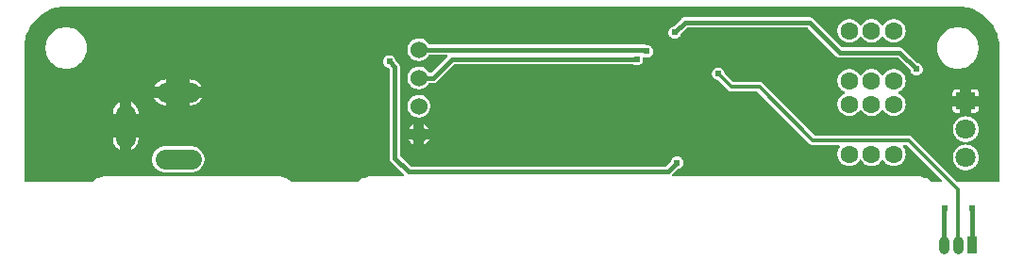
<source format=gbl>
G04 Layer: BottomLayer*
G04 EasyEDA v6.4.32, 2022-03-04 17:10:02*
G04 9e068ee103114b4da440d1e05eba0729,9b295ca1ffa148ecaf4cbe0d9ff7b9be,10*
G04 Gerber Generator version 0.2*
G04 Scale: 100 percent, Rotated: No, Reflected: No *
G04 Dimensions in inches *
G04 leading zeros omitted , absolute positions ,3 integer and 6 decimal *
%FSLAX36Y36*%
%MOIN*%

%ADD11C,0.0157*%
%ADD15C,0.0240*%
%ADD32C,0.0709*%
%ADD33R,0.0709X0.0620*%
%ADD34C,0.0630*%
%ADD35C,0.0600*%
%ADD36R,0.0354X0.0630*%
%ADD37C,0.0354*%
%ADD38C,0.0142*%

%LPD*%
G36*
X14200Y2202760D02*
G01*
X12660Y2203060D01*
X11379Y2203920D01*
X10500Y2205220D01*
X10200Y2206760D01*
X10200Y2676940D01*
X10560Y2687360D01*
X11600Y2697360D01*
X13320Y2707260D01*
X15700Y2717040D01*
X18760Y2726620D01*
X22460Y2735960D01*
X26780Y2745040D01*
X31720Y2753800D01*
X37240Y2762200D01*
X43320Y2770220D01*
X49940Y2777780D01*
X57060Y2784900D01*
X64640Y2791500D01*
X72660Y2797559D01*
X81080Y2803060D01*
X89840Y2807980D01*
X98940Y2812300D01*
X108300Y2815980D01*
X117880Y2819020D01*
X127640Y2821380D01*
X137560Y2823080D01*
X147560Y2824100D01*
X157720Y2824440D01*
X3306860Y2824440D01*
X3317280Y2824080D01*
X3327280Y2823039D01*
X3337180Y2821320D01*
X3346960Y2818940D01*
X3356540Y2815880D01*
X3365880Y2812200D01*
X3374960Y2807860D01*
X3383720Y2802919D01*
X3392120Y2797400D01*
X3400140Y2791320D01*
X3407700Y2784700D01*
X3414800Y2777580D01*
X3421420Y2770000D01*
X3427480Y2761980D01*
X3432980Y2753580D01*
X3437900Y2744800D01*
X3442220Y2735720D01*
X3445899Y2726360D01*
X3448940Y2716760D01*
X3451300Y2707000D01*
X3453000Y2697080D01*
X3454020Y2687080D01*
X3454360Y2676920D01*
X3454440Y2206760D01*
X3454140Y2205220D01*
X3453279Y2203920D01*
X3451980Y2203060D01*
X3450440Y2202760D01*
X3307460Y2202760D01*
X3305940Y2203060D01*
X3304640Y2203920D01*
X3145640Y2363080D01*
X3143000Y2365080D01*
X3140140Y2366500D01*
X3137080Y2367380D01*
X3133720Y2367680D01*
X2804120Y2367680D01*
X2802580Y2368000D01*
X2801280Y2368860D01*
X2618039Y2552080D01*
X2615400Y2554080D01*
X2612540Y2555500D01*
X2609480Y2556380D01*
X2606120Y2556680D01*
X2516660Y2556680D01*
X2515120Y2556980D01*
X2513820Y2557860D01*
X2483620Y2588060D01*
X2482840Y2589160D01*
X2481480Y2594200D01*
X2479840Y2597700D01*
X2477620Y2600860D01*
X2474880Y2603600D01*
X2471720Y2605820D01*
X2468220Y2607460D01*
X2464480Y2608460D01*
X2460620Y2608800D01*
X2456780Y2608460D01*
X2453040Y2607460D01*
X2449540Y2605820D01*
X2446360Y2603600D01*
X2443640Y2600860D01*
X2441420Y2597700D01*
X2439780Y2594200D01*
X2438780Y2590460D01*
X2438440Y2586600D01*
X2438780Y2582760D01*
X2439780Y2579020D01*
X2441420Y2575520D01*
X2443640Y2572340D01*
X2446360Y2569620D01*
X2449540Y2567400D01*
X2453040Y2565760D01*
X2458080Y2564400D01*
X2459180Y2563620D01*
X2496100Y2526720D01*
X2498740Y2524720D01*
X2501600Y2523300D01*
X2504660Y2522420D01*
X2508020Y2522120D01*
X2597480Y2522120D01*
X2599020Y2521800D01*
X2600320Y2520940D01*
X2783560Y2337720D01*
X2786200Y2335720D01*
X2789060Y2334300D01*
X2792120Y2333420D01*
X2795480Y2333120D01*
X2887300Y2333120D01*
X2888980Y2332740D01*
X2890340Y2331700D01*
X2891139Y2330200D01*
X2891240Y2328480D01*
X2890620Y2326880D01*
X2887400Y2322080D01*
X2884980Y2317200D01*
X2883240Y2312020D01*
X2882160Y2306680D01*
X2881820Y2301240D01*
X2882160Y2295800D01*
X2883240Y2290460D01*
X2884980Y2285280D01*
X2887400Y2280400D01*
X2890419Y2275860D01*
X2894020Y2271760D01*
X2898120Y2268160D01*
X2902660Y2265140D01*
X2907540Y2262720D01*
X2912720Y2260980D01*
X2918060Y2259900D01*
X2923500Y2259560D01*
X2928940Y2259900D01*
X2934280Y2260980D01*
X2939460Y2262720D01*
X2944340Y2265140D01*
X2948880Y2268160D01*
X2952980Y2271760D01*
X2956580Y2275860D01*
X2959540Y2280300D01*
X2960640Y2281420D01*
X2962080Y2282000D01*
X2963660Y2282000D01*
X2965100Y2281420D01*
X2966200Y2280300D01*
X2969160Y2275860D01*
X2972760Y2271760D01*
X2976860Y2268160D01*
X2981400Y2265140D01*
X2986280Y2262720D01*
X2991460Y2260980D01*
X2996800Y2259900D01*
X3002240Y2259560D01*
X3007679Y2259900D01*
X3013020Y2260980D01*
X3018200Y2262720D01*
X3023080Y2265140D01*
X3027620Y2268160D01*
X3031720Y2271760D01*
X3035320Y2275860D01*
X3038279Y2280300D01*
X3039380Y2281420D01*
X3040820Y2282000D01*
X3042400Y2282000D01*
X3043840Y2281420D01*
X3044940Y2280300D01*
X3047900Y2275860D01*
X3051500Y2271760D01*
X3055600Y2268160D01*
X3060140Y2265140D01*
X3065020Y2262720D01*
X3070200Y2260980D01*
X3075539Y2259900D01*
X3080980Y2259560D01*
X3086420Y2259900D01*
X3091760Y2260980D01*
X3096940Y2262720D01*
X3101820Y2265140D01*
X3106360Y2268160D01*
X3110460Y2271760D01*
X3114060Y2275860D01*
X3117080Y2280400D01*
X3119500Y2285280D01*
X3121240Y2290460D01*
X3122320Y2295800D01*
X3122660Y2301240D01*
X3122320Y2306680D01*
X3121240Y2312020D01*
X3119500Y2317200D01*
X3117080Y2322080D01*
X3113860Y2326880D01*
X3113240Y2328480D01*
X3113340Y2330200D01*
X3114140Y2331700D01*
X3115500Y2332740D01*
X3117180Y2333120D01*
X3125080Y2333120D01*
X3126600Y2332800D01*
X3127900Y2331940D01*
X3250120Y2209580D01*
X3251000Y2208280D01*
X3251300Y2206740D01*
X3251000Y2205220D01*
X3250120Y2203920D01*
X3248820Y2203060D01*
X3247300Y2202760D01*
X3217100Y2202760D01*
X3215680Y2203020D01*
X3214440Y2203760D01*
X3211480Y2206400D01*
X3210460Y2207220D01*
X3204840Y2211220D01*
X3203720Y2211920D01*
X3197700Y2215240D01*
X3196520Y2215820D01*
X3190140Y2218460D01*
X3182280Y2220800D01*
X3181000Y2221080D01*
X3174200Y2222240D01*
X3172900Y2222400D01*
X3165240Y2222800D01*
X2301320Y2222800D01*
X2299800Y2223100D01*
X2298500Y2223980D01*
X2297620Y2225260D01*
X2297320Y2226800D01*
X2297620Y2228340D01*
X2298500Y2229620D01*
X2317840Y2248980D01*
X2318680Y2249620D01*
X2319640Y2250020D01*
X2322540Y2250800D01*
X2326060Y2252420D01*
X2329220Y2254640D01*
X2331960Y2257380D01*
X2334180Y2260560D01*
X2335820Y2264060D01*
X2336820Y2267800D01*
X2337140Y2271640D01*
X2336820Y2275500D01*
X2335820Y2279240D01*
X2334180Y2282740D01*
X2331960Y2285920D01*
X2329220Y2288640D01*
X2326060Y2290860D01*
X2322540Y2292500D01*
X2318800Y2293500D01*
X2314960Y2293840D01*
X2311100Y2293500D01*
X2307360Y2292500D01*
X2303860Y2290860D01*
X2300700Y2288640D01*
X2297960Y2285920D01*
X2295740Y2282740D01*
X2294100Y2279240D01*
X2293320Y2276340D01*
X2292920Y2275360D01*
X2292280Y2274540D01*
X2277140Y2259400D01*
X2275840Y2258540D01*
X2274320Y2258220D01*
X1375280Y2258220D01*
X1373760Y2258540D01*
X1372460Y2259400D01*
X1338140Y2293720D01*
X1337280Y2295000D01*
X1336960Y2296540D01*
X1336960Y2610940D01*
X1336480Y2614360D01*
X1335420Y2617520D01*
X1333800Y2620440D01*
X1331540Y2623140D01*
X1321879Y2632820D01*
X1321240Y2633639D01*
X1320840Y2634600D01*
X1320060Y2637520D01*
X1318420Y2641019D01*
X1316220Y2644180D01*
X1313480Y2646920D01*
X1310300Y2649140D01*
X1306800Y2650779D01*
X1303060Y2651780D01*
X1299220Y2652120D01*
X1295360Y2651780D01*
X1291620Y2650779D01*
X1288120Y2649140D01*
X1284940Y2646920D01*
X1282200Y2644180D01*
X1280000Y2641019D01*
X1278360Y2637520D01*
X1277360Y2633780D01*
X1277020Y2629920D01*
X1277360Y2626060D01*
X1278360Y2622320D01*
X1280000Y2618820D01*
X1282200Y2615659D01*
X1284940Y2612919D01*
X1288120Y2610700D01*
X1291620Y2609060D01*
X1294520Y2608279D01*
X1295480Y2607880D01*
X1296320Y2607260D01*
X1299640Y2603920D01*
X1300520Y2602620D01*
X1300820Y2601100D01*
X1300840Y2286700D01*
X1301320Y2283260D01*
X1302380Y2280100D01*
X1304000Y2277200D01*
X1306240Y2274480D01*
X1351100Y2229620D01*
X1351980Y2228340D01*
X1352280Y2226800D01*
X1351980Y2225260D01*
X1351100Y2223980D01*
X1349800Y2223100D01*
X1348280Y2222800D01*
X1236320Y2222800D01*
X1228680Y2222380D01*
X1227380Y2222240D01*
X1220580Y2221080D01*
X1219300Y2220800D01*
X1211440Y2218460D01*
X1205060Y2215820D01*
X1203880Y2215240D01*
X1197840Y2211920D01*
X1196740Y2211220D01*
X1191120Y2207220D01*
X1190080Y2206400D01*
X1187140Y2203760D01*
X1185900Y2203020D01*
X1184480Y2202760D01*
X957260Y2202760D01*
X955840Y2203020D01*
X954599Y2203760D01*
X951640Y2206400D01*
X950620Y2207220D01*
X945000Y2211220D01*
X937860Y2215240D01*
X936660Y2215820D01*
X930300Y2218460D01*
X922440Y2220800D01*
X921160Y2221080D01*
X914360Y2222240D01*
X913060Y2222380D01*
X905400Y2222800D01*
X299320Y2222800D01*
X291660Y2222400D01*
X290360Y2222240D01*
X283580Y2221080D01*
X282300Y2220800D01*
X274420Y2218460D01*
X268060Y2215820D01*
X266880Y2215240D01*
X260840Y2211920D01*
X259720Y2211220D01*
X254100Y2207220D01*
X253080Y2206400D01*
X250120Y2203760D01*
X248880Y2203020D01*
X247460Y2202760D01*
G37*

%LPC*%
G36*
X506100Y2237820D02*
G01*
X600340Y2237820D01*
X606180Y2238200D01*
X611800Y2239280D01*
X617260Y2241040D01*
X622440Y2243480D01*
X627280Y2246560D01*
X631700Y2250200D01*
X635620Y2254380D01*
X638980Y2259020D01*
X641740Y2264040D01*
X643840Y2269360D01*
X645280Y2274920D01*
X646000Y2280600D01*
X646000Y2286320D01*
X645280Y2292020D01*
X643840Y2297560D01*
X641740Y2302880D01*
X638980Y2307900D01*
X635620Y2312540D01*
X631700Y2316720D01*
X627280Y2320380D01*
X622440Y2323440D01*
X617260Y2325880D01*
X611800Y2327660D01*
X606180Y2328720D01*
X600340Y2329100D01*
X506100Y2329100D01*
X500260Y2328720D01*
X494620Y2327660D01*
X489180Y2325880D01*
X483980Y2323440D01*
X479159Y2320380D01*
X474739Y2316720D01*
X470820Y2312540D01*
X467440Y2307900D01*
X464680Y2302880D01*
X462580Y2297560D01*
X461160Y2292020D01*
X460439Y2286320D01*
X460439Y2280600D01*
X461160Y2274920D01*
X462580Y2269360D01*
X464680Y2264040D01*
X467440Y2259020D01*
X470820Y2254380D01*
X474739Y2250200D01*
X479159Y2246560D01*
X483980Y2243480D01*
X489180Y2241040D01*
X494620Y2239280D01*
X500260Y2238200D01*
G37*
G36*
X3334640Y2244140D02*
G01*
X3340360Y2244500D01*
X3345980Y2245560D01*
X3351440Y2247340D01*
X3356620Y2249780D01*
X3361460Y2252840D01*
X3365880Y2256500D01*
X3369800Y2260680D01*
X3373159Y2265320D01*
X3375920Y2270340D01*
X3378039Y2275660D01*
X3379460Y2281200D01*
X3380179Y2286900D01*
X3380179Y2292620D01*
X3379460Y2298300D01*
X3378039Y2303860D01*
X3375920Y2309180D01*
X3373159Y2314200D01*
X3369800Y2318840D01*
X3365880Y2323020D01*
X3361460Y2326680D01*
X3356620Y2329740D01*
X3351440Y2332180D01*
X3345980Y2333960D01*
X3340360Y2335020D01*
X3334640Y2335380D01*
X3328920Y2335020D01*
X3323300Y2333960D01*
X3317840Y2332180D01*
X3312660Y2329740D01*
X3307820Y2326680D01*
X3303399Y2323020D01*
X3299480Y2318840D01*
X3296120Y2314200D01*
X3293360Y2309180D01*
X3291240Y2303860D01*
X3289820Y2298300D01*
X3289100Y2292620D01*
X3289100Y2286900D01*
X3289820Y2281200D01*
X3291240Y2275660D01*
X3293360Y2270340D01*
X3296120Y2265320D01*
X3299480Y2260680D01*
X3303399Y2256500D01*
X3307820Y2252840D01*
X3312660Y2249780D01*
X3317840Y2247340D01*
X3323300Y2245560D01*
X3328920Y2244500D01*
G37*
G36*
X388260Y2317420D02*
G01*
X392500Y2319740D01*
X397120Y2323120D01*
X401300Y2327040D01*
X404960Y2331460D01*
X408020Y2336300D01*
X410460Y2341480D01*
X412239Y2346920D01*
X413320Y2352560D01*
X413680Y2358400D01*
X413680Y2359700D01*
X388260Y2359700D01*
G37*
G36*
X347819Y2317420D02*
G01*
X347819Y2359700D01*
X322420Y2359700D01*
X322420Y2358400D01*
X322780Y2352560D01*
X323860Y2346920D01*
X325620Y2341480D01*
X328060Y2336300D01*
X331140Y2331460D01*
X334780Y2327040D01*
X338960Y2323120D01*
X343600Y2319740D01*
G37*
G36*
X1385640Y2335520D02*
G01*
X1385640Y2354160D01*
X1367020Y2354160D01*
X1367280Y2353520D01*
X1370020Y2348900D01*
X1373340Y2344700D01*
X1377200Y2340960D01*
X1381519Y2337780D01*
G37*
G36*
X1420640Y2335560D02*
G01*
X1422460Y2336400D01*
X1427000Y2339300D01*
X1431100Y2342760D01*
X1434700Y2346740D01*
X1437740Y2351180D01*
X1439240Y2354160D01*
X1420640Y2354160D01*
G37*
G36*
X3334640Y2344140D02*
G01*
X3340360Y2344500D01*
X3345980Y2345560D01*
X3351440Y2347340D01*
X3356620Y2349780D01*
X3361460Y2352840D01*
X3365880Y2356500D01*
X3369800Y2360680D01*
X3373159Y2365320D01*
X3375920Y2370340D01*
X3378039Y2375660D01*
X3379460Y2381200D01*
X3380179Y2386900D01*
X3380179Y2392620D01*
X3379460Y2398300D01*
X3378039Y2403860D01*
X3375920Y2409180D01*
X3373159Y2414200D01*
X3369800Y2418840D01*
X3365880Y2423020D01*
X3361460Y2426680D01*
X3356620Y2429740D01*
X3351440Y2432180D01*
X3345980Y2433960D01*
X3340360Y2435020D01*
X3334640Y2435380D01*
X3328920Y2435020D01*
X3323300Y2433960D01*
X3317840Y2432180D01*
X3312660Y2429740D01*
X3307820Y2426680D01*
X3303399Y2423020D01*
X3299480Y2418840D01*
X3296120Y2414200D01*
X3293360Y2409180D01*
X3291240Y2403860D01*
X3289820Y2398300D01*
X3289100Y2392620D01*
X3289100Y2386900D01*
X3289820Y2381200D01*
X3291240Y2375660D01*
X3293360Y2370340D01*
X3296120Y2365320D01*
X3299480Y2360680D01*
X3303399Y2356500D01*
X3307820Y2352840D01*
X3312660Y2349780D01*
X3317840Y2347340D01*
X3323300Y2345560D01*
X3328920Y2344500D01*
G37*
G36*
X1420640Y2389160D02*
G01*
X1439240Y2389160D01*
X1437740Y2392140D01*
X1434700Y2396560D01*
X1431100Y2400540D01*
X1427000Y2404020D01*
X1422460Y2406900D01*
X1420640Y2407740D01*
G37*
G36*
X1367020Y2389160D02*
G01*
X1385640Y2389160D01*
X1385640Y2407800D01*
X1381519Y2405540D01*
X1377200Y2402340D01*
X1373340Y2398620D01*
X1370020Y2394400D01*
X1367280Y2389780D01*
G37*
G36*
X1401800Y2431480D02*
G01*
X1407180Y2431660D01*
X1412460Y2432560D01*
X1417600Y2434140D01*
X1422460Y2436400D01*
X1427000Y2439300D01*
X1431100Y2442760D01*
X1434700Y2446740D01*
X1437740Y2451180D01*
X1440160Y2455960D01*
X1441920Y2461040D01*
X1442980Y2466300D01*
X1443340Y2471660D01*
X1442980Y2477020D01*
X1441920Y2482280D01*
X1440160Y2487340D01*
X1437740Y2492140D01*
X1434700Y2496560D01*
X1431100Y2500540D01*
X1427000Y2504020D01*
X1422460Y2506900D01*
X1417600Y2509160D01*
X1412460Y2510760D01*
X1407180Y2511640D01*
X1401800Y2511820D01*
X1396459Y2511280D01*
X1391240Y2510040D01*
X1386240Y2508120D01*
X1381519Y2505540D01*
X1377200Y2502340D01*
X1373340Y2498620D01*
X1370020Y2494400D01*
X1367280Y2489780D01*
X1365180Y2484840D01*
X1363760Y2479660D01*
X1363040Y2474340D01*
X1363040Y2468980D01*
X1363760Y2463640D01*
X1365180Y2458480D01*
X1367280Y2453520D01*
X1370020Y2448900D01*
X1373340Y2444700D01*
X1377200Y2440960D01*
X1381519Y2437780D01*
X1386240Y2435200D01*
X1391240Y2433260D01*
X1396459Y2432020D01*
G37*
G36*
X2923500Y2436720D02*
G01*
X2928940Y2437060D01*
X2934280Y2438140D01*
X2939460Y2439880D01*
X2944340Y2442300D01*
X2948880Y2445320D01*
X2952980Y2448920D01*
X2956580Y2453020D01*
X2959540Y2457460D01*
X2960640Y2458580D01*
X2962080Y2459160D01*
X2963660Y2459160D01*
X2965100Y2458580D01*
X2966200Y2457460D01*
X2969160Y2453020D01*
X2972760Y2448920D01*
X2976860Y2445320D01*
X2981400Y2442300D01*
X2986280Y2439880D01*
X2991460Y2438140D01*
X2996800Y2437060D01*
X3002240Y2436720D01*
X3007679Y2437060D01*
X3013020Y2438140D01*
X3018200Y2439880D01*
X3023080Y2442300D01*
X3027620Y2445320D01*
X3031720Y2448920D01*
X3035320Y2453020D01*
X3038279Y2457460D01*
X3039380Y2458580D01*
X3040820Y2459160D01*
X3042400Y2459160D01*
X3043840Y2458580D01*
X3044940Y2457460D01*
X3047900Y2453020D01*
X3051500Y2448920D01*
X3055600Y2445320D01*
X3060140Y2442300D01*
X3065020Y2439880D01*
X3070200Y2438140D01*
X3075539Y2437060D01*
X3080980Y2436720D01*
X3086420Y2437060D01*
X3091760Y2438140D01*
X3096940Y2439880D01*
X3101820Y2442300D01*
X3106360Y2445320D01*
X3110460Y2448920D01*
X3114060Y2453020D01*
X3117080Y2457560D01*
X3119500Y2462440D01*
X3121240Y2467620D01*
X3122320Y2472960D01*
X3122660Y2478400D01*
X3122320Y2483840D01*
X3121240Y2489180D01*
X3119500Y2494360D01*
X3117080Y2499240D01*
X3114060Y2503780D01*
X3110460Y2507880D01*
X3106360Y2511480D01*
X3101820Y2514500D01*
X3098420Y2516180D01*
X3097040Y2517300D01*
X3096280Y2518880D01*
X3096280Y2520660D01*
X3097040Y2522240D01*
X3098420Y2523360D01*
X3101820Y2525040D01*
X3106360Y2528060D01*
X3110460Y2531660D01*
X3114060Y2535760D01*
X3117080Y2540300D01*
X3119500Y2545180D01*
X3121240Y2550360D01*
X3122320Y2555700D01*
X3122660Y2561139D01*
X3122320Y2566580D01*
X3121240Y2571920D01*
X3119500Y2577100D01*
X3117080Y2581980D01*
X3114060Y2586520D01*
X3110460Y2590620D01*
X3106360Y2594220D01*
X3101820Y2597240D01*
X3096940Y2599660D01*
X3091760Y2601400D01*
X3086420Y2602480D01*
X3080980Y2602820D01*
X3075539Y2602480D01*
X3070200Y2601400D01*
X3065020Y2599660D01*
X3060140Y2597240D01*
X3055600Y2594220D01*
X3051500Y2590620D01*
X3047900Y2586520D01*
X3044940Y2582080D01*
X3043840Y2580960D01*
X3042400Y2580360D01*
X3040820Y2580360D01*
X3039380Y2580960D01*
X3038279Y2582080D01*
X3035320Y2586520D01*
X3031720Y2590620D01*
X3027620Y2594220D01*
X3023080Y2597240D01*
X3018200Y2599660D01*
X3013020Y2601400D01*
X3007679Y2602480D01*
X3002240Y2602820D01*
X2996800Y2602480D01*
X2991460Y2601400D01*
X2986280Y2599660D01*
X2981400Y2597240D01*
X2976860Y2594220D01*
X2972760Y2590620D01*
X2969160Y2586520D01*
X2966200Y2582080D01*
X2965100Y2580960D01*
X2963660Y2580360D01*
X2962080Y2580360D01*
X2960640Y2580960D01*
X2959540Y2582080D01*
X2956580Y2586520D01*
X2952980Y2590620D01*
X2948880Y2594220D01*
X2944340Y2597240D01*
X2939460Y2599660D01*
X2934280Y2601400D01*
X2928940Y2602480D01*
X2923500Y2602820D01*
X2918060Y2602480D01*
X2912720Y2601400D01*
X2907540Y2599660D01*
X2902660Y2597240D01*
X2898120Y2594220D01*
X2894020Y2590620D01*
X2890419Y2586520D01*
X2887400Y2581980D01*
X2884980Y2577100D01*
X2883240Y2571920D01*
X2882160Y2566580D01*
X2881820Y2561139D01*
X2882160Y2555700D01*
X2883240Y2550360D01*
X2884980Y2545180D01*
X2887400Y2540300D01*
X2890419Y2535760D01*
X2894020Y2531660D01*
X2898120Y2528060D01*
X2902660Y2525040D01*
X2906060Y2523360D01*
X2907440Y2522240D01*
X2908200Y2520660D01*
X2908200Y2518880D01*
X2907440Y2517300D01*
X2906060Y2516180D01*
X2902660Y2514500D01*
X2898120Y2511480D01*
X2894020Y2507880D01*
X2890419Y2503780D01*
X2887400Y2499240D01*
X2884980Y2494360D01*
X2883240Y2489180D01*
X2882160Y2483840D01*
X2881820Y2478400D01*
X2882160Y2472960D01*
X2883240Y2467620D01*
X2884980Y2462440D01*
X2887400Y2457560D01*
X2890419Y2453020D01*
X2894020Y2448920D01*
X2898120Y2445320D01*
X2902660Y2442300D01*
X2907540Y2439880D01*
X2912720Y2438140D01*
X2918060Y2437060D01*
G37*
G36*
X388260Y2443440D02*
G01*
X413680Y2443440D01*
X413680Y2444760D01*
X413320Y2450600D01*
X412239Y2456240D01*
X410460Y2461680D01*
X408020Y2466860D01*
X404960Y2471700D01*
X401300Y2476120D01*
X397120Y2480040D01*
X392500Y2483400D01*
X388260Y2485740D01*
G37*
G36*
X322420Y2443440D02*
G01*
X347819Y2443440D01*
X347819Y2485740D01*
X343600Y2483400D01*
X338960Y2480040D01*
X334780Y2476120D01*
X331140Y2471700D01*
X328060Y2466860D01*
X325620Y2461680D01*
X323860Y2456240D01*
X322780Y2450600D01*
X322420Y2444760D01*
G37*
G36*
X3299440Y2448560D02*
G01*
X3314420Y2448560D01*
X3314420Y2471760D01*
X3289000Y2471760D01*
X3289000Y2458980D01*
X3289280Y2456500D01*
X3290040Y2454340D01*
X3291259Y2452420D01*
X3292860Y2450800D01*
X3294800Y2449600D01*
X3296940Y2448840D01*
G37*
G36*
X3354860Y2448560D02*
G01*
X3369840Y2448560D01*
X3372340Y2448840D01*
X3374480Y2449600D01*
X3376420Y2450800D01*
X3378020Y2452420D01*
X3379240Y2454340D01*
X3380000Y2456500D01*
X3380280Y2458980D01*
X3380280Y2471760D01*
X3354860Y2471760D01*
G37*
G36*
X510040Y2474040D02*
G01*
X511340Y2474040D01*
X511340Y2499460D01*
X469060Y2499460D01*
X471380Y2495240D01*
X474760Y2490600D01*
X478680Y2486420D01*
X483080Y2482780D01*
X487920Y2479700D01*
X493120Y2477260D01*
X498560Y2475500D01*
X504180Y2474420D01*
G37*
G36*
X595080Y2474040D02*
G01*
X596400Y2474040D01*
X602240Y2474420D01*
X607860Y2475500D01*
X613320Y2477260D01*
X618500Y2479700D01*
X623340Y2482780D01*
X627760Y2486420D01*
X631680Y2490600D01*
X635040Y2495240D01*
X637360Y2499460D01*
X595080Y2499460D01*
G37*
G36*
X3289000Y2507760D02*
G01*
X3314420Y2507760D01*
X3314420Y2530960D01*
X3299440Y2530960D01*
X3296940Y2530680D01*
X3294800Y2529920D01*
X3292860Y2528720D01*
X3291259Y2527100D01*
X3290040Y2525180D01*
X3289280Y2523020D01*
X3289000Y2520540D01*
G37*
G36*
X3354860Y2507760D02*
G01*
X3380280Y2507760D01*
X3380280Y2520540D01*
X3380000Y2523020D01*
X3379240Y2525180D01*
X3378020Y2527100D01*
X3376420Y2528720D01*
X3374480Y2529920D01*
X3372340Y2530680D01*
X3369840Y2530960D01*
X3354860Y2530960D01*
G37*
G36*
X1401800Y2531480D02*
G01*
X1407180Y2531660D01*
X1412460Y2532560D01*
X1417600Y2534140D01*
X1422460Y2536400D01*
X1427000Y2539300D01*
X1431100Y2542760D01*
X1434700Y2546740D01*
X1437840Y2551380D01*
X1438720Y2552560D01*
X1439980Y2553320D01*
X1441420Y2553580D01*
X1454240Y2553600D01*
X1457680Y2554080D01*
X1460840Y2555140D01*
X1463760Y2556760D01*
X1466459Y2559020D01*
X1526000Y2618560D01*
X1527300Y2619420D01*
X1528839Y2619720D01*
X2159240Y2619720D01*
X2160440Y2619520D01*
X2162120Y2618580D01*
X2165640Y2616940D01*
X2169380Y2615940D01*
X2173220Y2615600D01*
X2177080Y2615940D01*
X2180820Y2616940D01*
X2184320Y2618580D01*
X2187480Y2620779D01*
X2190220Y2623519D01*
X2192440Y2626700D01*
X2194080Y2630200D01*
X2195080Y2633940D01*
X2195420Y2637780D01*
X2195160Y2640620D01*
X2195380Y2642280D01*
X2196220Y2643700D01*
X2197600Y2644660D01*
X2199220Y2644980D01*
X2204800Y2643500D01*
X2208660Y2643159D01*
X2212520Y2643500D01*
X2216240Y2644500D01*
X2219760Y2646120D01*
X2222920Y2648340D01*
X2225660Y2651080D01*
X2227880Y2654260D01*
X2229520Y2657760D01*
X2230520Y2661500D01*
X2230840Y2665340D01*
X2230520Y2669200D01*
X2229520Y2672940D01*
X2227880Y2676440D01*
X2225660Y2679620D01*
X2222920Y2682340D01*
X2219760Y2684560D01*
X2216240Y2686200D01*
X2210620Y2687640D01*
X2208880Y2688500D01*
X2205660Y2689400D01*
X2202160Y2689740D01*
X1441399Y2689740D01*
X1439960Y2690000D01*
X1438720Y2690760D01*
X1434700Y2696560D01*
X1431100Y2700539D01*
X1427000Y2704020D01*
X1422460Y2706900D01*
X1417600Y2709160D01*
X1412460Y2710760D01*
X1407180Y2711640D01*
X1401800Y2711820D01*
X1396459Y2711280D01*
X1391240Y2710040D01*
X1386240Y2708120D01*
X1381519Y2705539D01*
X1377200Y2702340D01*
X1373340Y2698620D01*
X1370020Y2694400D01*
X1367280Y2689780D01*
X1365180Y2684840D01*
X1363760Y2679660D01*
X1363040Y2674340D01*
X1363040Y2668980D01*
X1363760Y2663639D01*
X1365180Y2658480D01*
X1367280Y2653519D01*
X1370020Y2648900D01*
X1373340Y2644700D01*
X1377200Y2640960D01*
X1381519Y2637780D01*
X1386240Y2635200D01*
X1391240Y2633260D01*
X1396459Y2632020D01*
X1401800Y2631480D01*
X1407180Y2631660D01*
X1412460Y2632559D01*
X1417600Y2634140D01*
X1422460Y2636400D01*
X1427000Y2639300D01*
X1431100Y2642760D01*
X1434700Y2646740D01*
X1437840Y2651380D01*
X1438720Y2652559D01*
X1439980Y2653320D01*
X1441420Y2653580D01*
X1500260Y2653580D01*
X1501780Y2653279D01*
X1503080Y2652420D01*
X1503959Y2651120D01*
X1504259Y2649580D01*
X1503959Y2648060D01*
X1503080Y2646760D01*
X1447240Y2590899D01*
X1445940Y2590040D01*
X1444400Y2589740D01*
X1441399Y2589740D01*
X1439960Y2590000D01*
X1438720Y2590760D01*
X1434700Y2596560D01*
X1431100Y2600539D01*
X1427000Y2604020D01*
X1422460Y2606900D01*
X1417600Y2609160D01*
X1412460Y2610760D01*
X1407180Y2611640D01*
X1401800Y2611820D01*
X1396459Y2611280D01*
X1391240Y2610040D01*
X1386240Y2608120D01*
X1381519Y2605539D01*
X1377200Y2602340D01*
X1373340Y2598620D01*
X1370020Y2594400D01*
X1367280Y2589780D01*
X1365180Y2584840D01*
X1363760Y2579660D01*
X1363040Y2574340D01*
X1363040Y2568980D01*
X1363760Y2563639D01*
X1365180Y2558480D01*
X1367280Y2553520D01*
X1370020Y2548900D01*
X1373340Y2544700D01*
X1377200Y2540960D01*
X1381519Y2537780D01*
X1386240Y2535200D01*
X1391240Y2533260D01*
X1396459Y2532020D01*
G37*
G36*
X469060Y2539900D02*
G01*
X511340Y2539900D01*
X511340Y2565320D01*
X510040Y2565320D01*
X504180Y2564940D01*
X498560Y2563880D01*
X493120Y2562100D01*
X487920Y2559660D01*
X483080Y2556600D01*
X478680Y2552940D01*
X474760Y2548760D01*
X471380Y2544120D01*
G37*
G36*
X595080Y2539900D02*
G01*
X637360Y2539900D01*
X635040Y2544120D01*
X631680Y2548760D01*
X627760Y2552940D01*
X623340Y2556600D01*
X618500Y2559660D01*
X613320Y2562100D01*
X607860Y2563880D01*
X602240Y2564940D01*
X596400Y2565320D01*
X595080Y2565320D01*
G37*
G36*
X3161420Y2580179D02*
G01*
X3165260Y2580500D01*
X3169000Y2581520D01*
X3172500Y2583140D01*
X3175680Y2585360D01*
X3178399Y2588100D01*
X3180620Y2591259D01*
X3182260Y2594760D01*
X3183260Y2598500D01*
X3183600Y2602360D01*
X3183260Y2606200D01*
X3182260Y2609940D01*
X3180620Y2613440D01*
X3178399Y2616620D01*
X3175680Y2619360D01*
X3172500Y2621560D01*
X3169000Y2623200D01*
X3166160Y2623960D01*
X3165179Y2624360D01*
X3164360Y2625000D01*
X3114680Y2674660D01*
X3111900Y2676760D01*
X3108920Y2678240D01*
X3105720Y2679140D01*
X3102220Y2679480D01*
X2898940Y2679480D01*
X2897420Y2679780D01*
X2896120Y2680640D01*
X2795779Y2780960D01*
X2793000Y2783060D01*
X2790020Y2784540D01*
X2786820Y2785440D01*
X2783320Y2785779D01*
X2341800Y2785760D01*
X2338360Y2785280D01*
X2335200Y2784220D01*
X2332300Y2782600D01*
X2329580Y2780340D01*
X2304180Y2754940D01*
X2303340Y2754300D01*
X2302380Y2753900D01*
X2299500Y2753120D01*
X2295980Y2751500D01*
X2292820Y2749280D01*
X2290080Y2746540D01*
X2287860Y2743380D01*
X2286240Y2739860D01*
X2285240Y2736139D01*
X2284900Y2732280D01*
X2285240Y2728420D01*
X2286240Y2724700D01*
X2287860Y2721180D01*
X2290080Y2718020D01*
X2292820Y2715280D01*
X2295980Y2713060D01*
X2299500Y2711440D01*
X2303220Y2710440D01*
X2307080Y2710100D01*
X2310940Y2710440D01*
X2314660Y2711440D01*
X2318180Y2713060D01*
X2321340Y2715280D01*
X2324080Y2718020D01*
X2326300Y2721180D01*
X2327920Y2724700D01*
X2328700Y2727580D01*
X2329100Y2728560D01*
X2329740Y2729380D01*
X2348820Y2748460D01*
X2350120Y2749320D01*
X2351640Y2749620D01*
X2774360Y2749620D01*
X2775880Y2749320D01*
X2777180Y2748460D01*
X2877520Y2648140D01*
X2880299Y2646040D01*
X2883279Y2644560D01*
X2886480Y2643660D01*
X2889980Y2643320D01*
X3093260Y2643320D01*
X3094780Y2643020D01*
X3096080Y2642160D01*
X3138740Y2599500D01*
X3139380Y2598660D01*
X3139780Y2597700D01*
X3140560Y2594760D01*
X3142200Y2591259D01*
X3144420Y2588100D01*
X3147160Y2585360D01*
X3150320Y2583140D01*
X3153820Y2581520D01*
X3157559Y2580500D01*
G37*
G36*
X3303380Y2604080D02*
G01*
X3310800Y2604080D01*
X3318180Y2604820D01*
X3325440Y2606320D01*
X3332500Y2608540D01*
X3339320Y2611460D01*
X3345800Y2615059D01*
X3351880Y2619300D01*
X3357520Y2624120D01*
X3362620Y2629500D01*
X3367160Y2635360D01*
X3371080Y2641660D01*
X3374340Y2648300D01*
X3376920Y2655260D01*
X3378780Y2662440D01*
X3379900Y2669760D01*
X3380280Y2677160D01*
X3379900Y2684580D01*
X3378780Y2691900D01*
X3376920Y2699080D01*
X3374340Y2706040D01*
X3371080Y2712679D01*
X3367160Y2718980D01*
X3362620Y2724840D01*
X3357520Y2730220D01*
X3351880Y2735040D01*
X3345800Y2739280D01*
X3339320Y2742880D01*
X3332500Y2745800D01*
X3325440Y2748020D01*
X3318180Y2749520D01*
X3310800Y2750260D01*
X3303380Y2750260D01*
X3296000Y2749520D01*
X3288740Y2748020D01*
X3281680Y2745800D01*
X3274860Y2742880D01*
X3268380Y2739280D01*
X3262300Y2735040D01*
X3256660Y2730220D01*
X3251560Y2724840D01*
X3247020Y2718980D01*
X3243100Y2712679D01*
X3239840Y2706040D01*
X3237260Y2699080D01*
X3235400Y2691900D01*
X3234280Y2684580D01*
X3233900Y2677160D01*
X3234280Y2669760D01*
X3235400Y2662440D01*
X3237260Y2655260D01*
X3239840Y2648300D01*
X3243100Y2641660D01*
X3247020Y2635360D01*
X3251560Y2629500D01*
X3256660Y2624120D01*
X3262300Y2619300D01*
X3268380Y2615059D01*
X3274860Y2611460D01*
X3281680Y2608540D01*
X3288740Y2606320D01*
X3296000Y2604820D01*
G37*
G36*
X153780Y2604080D02*
G01*
X161180Y2604080D01*
X168560Y2604820D01*
X175820Y2606320D01*
X182900Y2608540D01*
X189720Y2611460D01*
X196200Y2615059D01*
X202280Y2619300D01*
X207900Y2624120D01*
X213020Y2629500D01*
X217540Y2635360D01*
X221480Y2641660D01*
X224740Y2648300D01*
X227320Y2655260D01*
X229160Y2662440D01*
X230300Y2669760D01*
X230660Y2677160D01*
X230300Y2684580D01*
X229160Y2691900D01*
X227320Y2699080D01*
X224740Y2706040D01*
X221480Y2712679D01*
X217540Y2718980D01*
X213020Y2724840D01*
X207900Y2730220D01*
X202280Y2735040D01*
X196200Y2739280D01*
X189720Y2742880D01*
X182900Y2745800D01*
X175820Y2748020D01*
X168560Y2749520D01*
X161180Y2750260D01*
X153780Y2750260D01*
X146400Y2749520D01*
X139140Y2748020D01*
X132060Y2745800D01*
X125239Y2742880D01*
X118760Y2739280D01*
X112680Y2735040D01*
X107060Y2730220D01*
X101940Y2724840D01*
X97420Y2718980D01*
X93480Y2712679D01*
X90220Y2706040D01*
X87640Y2699080D01*
X85800Y2691900D01*
X84660Y2684580D01*
X84300Y2677160D01*
X84660Y2669760D01*
X85800Y2662440D01*
X87640Y2655260D01*
X90220Y2648300D01*
X93480Y2641660D01*
X97420Y2635360D01*
X101940Y2629500D01*
X107060Y2624120D01*
X112680Y2619300D01*
X118760Y2615059D01*
X125239Y2611460D01*
X132060Y2608540D01*
X139140Y2606320D01*
X146400Y2604820D01*
G37*
G36*
X2923500Y2696620D02*
G01*
X2928940Y2696960D01*
X2934280Y2698039D01*
X2939460Y2699780D01*
X2944340Y2702200D01*
X2948880Y2705220D01*
X2952980Y2708820D01*
X2956580Y2712919D01*
X2959540Y2717360D01*
X2960640Y2718480D01*
X2962080Y2719060D01*
X2963660Y2719060D01*
X2965100Y2718480D01*
X2966200Y2717360D01*
X2969160Y2712919D01*
X2972760Y2708820D01*
X2976860Y2705220D01*
X2981400Y2702200D01*
X2986280Y2699780D01*
X2991460Y2698039D01*
X2996800Y2696960D01*
X3002240Y2696620D01*
X3007679Y2696960D01*
X3013020Y2698039D01*
X3018200Y2699780D01*
X3023080Y2702200D01*
X3027620Y2705220D01*
X3031720Y2708820D01*
X3035320Y2712919D01*
X3038279Y2717360D01*
X3039380Y2718480D01*
X3040820Y2719060D01*
X3042400Y2719060D01*
X3043840Y2718480D01*
X3044940Y2717360D01*
X3047900Y2712919D01*
X3051500Y2708820D01*
X3055600Y2705220D01*
X3060140Y2702200D01*
X3065020Y2699780D01*
X3070200Y2698039D01*
X3075539Y2696960D01*
X3080980Y2696620D01*
X3086420Y2696960D01*
X3091760Y2698039D01*
X3096940Y2699780D01*
X3101820Y2702200D01*
X3106360Y2705220D01*
X3110460Y2708820D01*
X3114060Y2712919D01*
X3117080Y2717460D01*
X3119500Y2722340D01*
X3121240Y2727520D01*
X3122320Y2732860D01*
X3122660Y2738300D01*
X3122320Y2743740D01*
X3121240Y2749080D01*
X3119500Y2754260D01*
X3117080Y2759140D01*
X3114060Y2763680D01*
X3110460Y2767780D01*
X3106360Y2771380D01*
X3101820Y2774400D01*
X3096940Y2776820D01*
X3091760Y2778560D01*
X3086420Y2779640D01*
X3080980Y2779980D01*
X3075539Y2779640D01*
X3070200Y2778560D01*
X3065020Y2776820D01*
X3060140Y2774400D01*
X3055600Y2771380D01*
X3051500Y2767780D01*
X3047900Y2763680D01*
X3044940Y2759240D01*
X3043840Y2758120D01*
X3042400Y2757520D01*
X3040820Y2757520D01*
X3039380Y2758120D01*
X3038279Y2759240D01*
X3035320Y2763680D01*
X3031720Y2767780D01*
X3027620Y2771380D01*
X3023080Y2774400D01*
X3018200Y2776820D01*
X3013020Y2778560D01*
X3007679Y2779640D01*
X3002240Y2779980D01*
X2996800Y2779640D01*
X2991460Y2778560D01*
X2986280Y2776820D01*
X2981400Y2774400D01*
X2976860Y2771380D01*
X2972760Y2767780D01*
X2969160Y2763680D01*
X2966200Y2759240D01*
X2965100Y2758120D01*
X2963660Y2757520D01*
X2962080Y2757520D01*
X2960640Y2758120D01*
X2959540Y2759240D01*
X2956580Y2763680D01*
X2952980Y2767780D01*
X2948880Y2771380D01*
X2944340Y2774400D01*
X2939460Y2776820D01*
X2934280Y2778560D01*
X2928940Y2779640D01*
X2923500Y2779980D01*
X2918060Y2779640D01*
X2912720Y2778560D01*
X2907540Y2776820D01*
X2902660Y2774400D01*
X2898120Y2771380D01*
X2894020Y2767780D01*
X2890419Y2763680D01*
X2887400Y2759140D01*
X2884980Y2754260D01*
X2883240Y2749080D01*
X2882160Y2743740D01*
X2881820Y2738300D01*
X2882160Y2732860D01*
X2883240Y2727520D01*
X2884980Y2722340D01*
X2887400Y2717460D01*
X2890419Y2712919D01*
X2894020Y2708820D01*
X2898120Y2705220D01*
X2902660Y2702200D01*
X2907540Y2699780D01*
X2912720Y2698039D01*
X2918060Y2696960D01*
G37*

%LPD*%
D11*
X3357088Y1980315D02*
G01*
X3357100Y2109070D01*
X3358270Y2110239D01*
X3257088Y1980315D02*
G01*
X3257100Y2107500D01*
X3259840Y2110239D01*
X2314956Y2271649D02*
G01*
X2283459Y2240153D01*
X1366139Y2240153D01*
X1318895Y2287397D01*
X1318895Y2610234D01*
X1299210Y2629920D01*
X1403149Y2571660D02*
G01*
X1453549Y2571660D01*
X1519687Y2637797D01*
X2153531Y2637797D01*
X2153539Y2637790D01*
X1403149Y2671660D02*
G01*
X2202349Y2671660D01*
X2208660Y2665349D01*
X2173220Y2637790D02*
G01*
X2153537Y2637790D01*
X2153530Y2637797D01*
D38*
X3307100Y1980000D02*
G01*
X3307100Y2176999D01*
X3133900Y2350399D01*
X2795298Y2350399D01*
X2606298Y2539398D01*
X2507840Y2539398D01*
X2460630Y2586610D01*
D11*
X2307100Y2732300D02*
G01*
X2342500Y2767700D01*
X2783500Y2767700D01*
X2889799Y2661399D01*
X3102399Y2661399D01*
X3161400Y2602399D01*
D32*
G01*
X3334639Y2289760D03*
G01*
X3334639Y2389760D03*
D33*
G01*
X3334639Y2489760D03*
D34*
G01*
X3080979Y2561140D03*
G01*
X3002240Y2561140D03*
G01*
X2923500Y2561140D03*
G01*
X2923500Y2738299D03*
G01*
X3002240Y2738299D03*
G01*
X3080979Y2738299D03*
G01*
X3080979Y2301239D03*
G01*
X3002240Y2301239D03*
G01*
X2923500Y2301239D03*
G01*
X2923500Y2478400D03*
G01*
X3002240Y2478400D03*
G01*
X3080979Y2478400D03*
D35*
G01*
X1403149Y2371660D03*
G01*
X1403149Y2471660D03*
G01*
X1403149Y2571660D03*
G01*
X1403149Y2671660D03*
D36*
G01*
X3357089Y1980320D03*
D15*
G01*
X2208660Y2665349D03*
G01*
X2173220Y2637790D03*
G01*
X2314960Y2271649D03*
G01*
X1299210Y2629920D03*
G01*
X3259840Y2110239D03*
G01*
X3358270Y2110239D03*
G01*
X3145670Y2248029D03*
G01*
X2055119Y2429130D03*
G01*
X1893699Y2468499D03*
G01*
X1799210Y2787399D03*
G01*
X1897640Y2598429D03*
G01*
X1444880Y2625990D03*
G01*
X1527560Y2716540D03*
G01*
X1625990Y2468499D03*
G01*
X1586610Y2338580D03*
G01*
X2460630Y2586610D03*
G01*
X2307079Y2732280D03*
G01*
X3161409Y2602359D03*
G01*
X2622039Y2311019D03*
G01*
X2688969Y2397629D03*
G01*
X2826769Y2448809D03*
G01*
X2688969Y2559050D03*
G01*
X2653540Y2732280D03*
G01*
X2484250Y2476370D03*
G01*
X2354330Y2515740D03*
G01*
X2397629Y2610230D03*
G01*
X2133879Y2711649D03*
G01*
X2177160Y2358260D03*
G01*
X1287399Y2795270D03*
D32*
X505965Y2283460D02*
G01*
X600453Y2283460D01*
X596516Y2519679D02*
G01*
X509902Y2519679D01*
X368040Y2444886D02*
G01*
X368040Y2358272D01*
D37*
X3257089Y1966540D02*
G01*
X3257089Y1994099D01*
X3307089Y1966540D02*
G01*
X3307089Y1994099D01*
M02*

</source>
